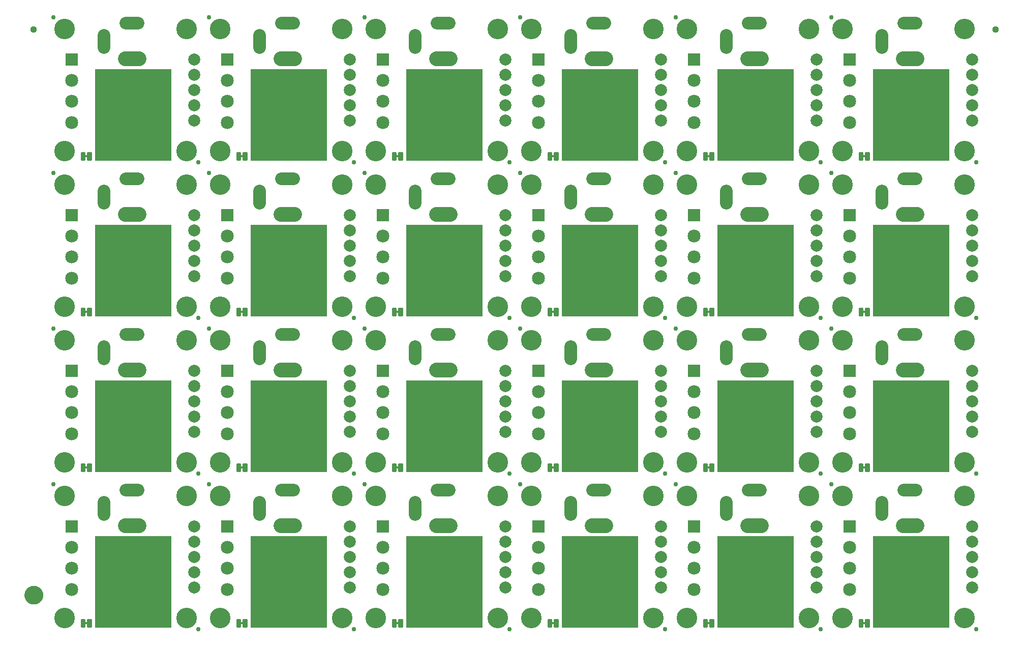
<source format=gbs>
G04 EAGLE Gerber RS-274X export*
G75*
%MOMM*%
%FSLAX34Y34*%
%LPD*%
%INSoldermask Bottom*%
%IPPOS*%
%AMOC8*
5,1,8,0,0,1.08239X$1,22.5*%
G01*
%ADD10R,12.700000X15.240000*%
%ADD11C,0.762000*%
%ADD12R,2.159000X2.159000*%
%ADD13C,2.159000*%
%ADD14C,2.127000*%
%ADD15C,2.427000*%
%ADD16C,2.006600*%
%ADD17C,0.228344*%
%ADD18C,3.429000*%
%ADD19C,1.127000*%
%ADD20C,1.270000*%
%ADD21C,1.627000*%

G36*
X840170Y791857D02*
X840170Y791857D01*
X840236Y791859D01*
X840279Y791877D01*
X840326Y791885D01*
X840383Y791919D01*
X840443Y791944D01*
X840478Y791975D01*
X840519Y792000D01*
X840561Y792051D01*
X840609Y792095D01*
X840631Y792137D01*
X840660Y792174D01*
X840681Y792236D01*
X840712Y792295D01*
X840720Y792349D01*
X840732Y792386D01*
X840731Y792426D01*
X840739Y792480D01*
X840739Y795020D01*
X840728Y795085D01*
X840726Y795151D01*
X840708Y795194D01*
X840700Y795241D01*
X840666Y795298D01*
X840641Y795358D01*
X840610Y795393D01*
X840585Y795434D01*
X840534Y795476D01*
X840490Y795524D01*
X840448Y795546D01*
X840411Y795575D01*
X840349Y795596D01*
X840290Y795627D01*
X840236Y795635D01*
X840199Y795647D01*
X840159Y795646D01*
X840105Y795654D01*
X836295Y795654D01*
X836230Y795643D01*
X836164Y795641D01*
X836121Y795623D01*
X836074Y795615D01*
X836017Y795581D01*
X835957Y795556D01*
X835922Y795525D01*
X835881Y795500D01*
X835840Y795449D01*
X835791Y795405D01*
X835769Y795363D01*
X835740Y795326D01*
X835719Y795264D01*
X835688Y795205D01*
X835680Y795151D01*
X835668Y795114D01*
X835668Y795111D01*
X835669Y795074D01*
X835661Y795020D01*
X835661Y792480D01*
X835672Y792415D01*
X835674Y792349D01*
X835692Y792306D01*
X835700Y792259D01*
X835734Y792202D01*
X835759Y792142D01*
X835790Y792107D01*
X835815Y792066D01*
X835866Y792025D01*
X835910Y791976D01*
X835952Y791954D01*
X835989Y791925D01*
X836051Y791904D01*
X836110Y791873D01*
X836164Y791865D01*
X836201Y791853D01*
X836241Y791854D01*
X836295Y791846D01*
X840105Y791846D01*
X840170Y791857D01*
G37*
G36*
X1099250Y791857D02*
X1099250Y791857D01*
X1099316Y791859D01*
X1099359Y791877D01*
X1099406Y791885D01*
X1099463Y791919D01*
X1099523Y791944D01*
X1099558Y791975D01*
X1099599Y792000D01*
X1099641Y792051D01*
X1099689Y792095D01*
X1099711Y792137D01*
X1099740Y792174D01*
X1099761Y792236D01*
X1099792Y792295D01*
X1099800Y792349D01*
X1099812Y792386D01*
X1099811Y792426D01*
X1099819Y792480D01*
X1099819Y795020D01*
X1099808Y795085D01*
X1099806Y795151D01*
X1099788Y795194D01*
X1099780Y795241D01*
X1099746Y795298D01*
X1099721Y795358D01*
X1099690Y795393D01*
X1099665Y795434D01*
X1099614Y795476D01*
X1099570Y795524D01*
X1099528Y795546D01*
X1099491Y795575D01*
X1099429Y795596D01*
X1099370Y795627D01*
X1099316Y795635D01*
X1099279Y795647D01*
X1099239Y795646D01*
X1099185Y795654D01*
X1095375Y795654D01*
X1095310Y795643D01*
X1095244Y795641D01*
X1095201Y795623D01*
X1095154Y795615D01*
X1095097Y795581D01*
X1095037Y795556D01*
X1095002Y795525D01*
X1094961Y795500D01*
X1094920Y795449D01*
X1094871Y795405D01*
X1094849Y795363D01*
X1094820Y795326D01*
X1094799Y795264D01*
X1094768Y795205D01*
X1094760Y795151D01*
X1094748Y795114D01*
X1094748Y795111D01*
X1094749Y795074D01*
X1094741Y795020D01*
X1094741Y792480D01*
X1094752Y792415D01*
X1094754Y792349D01*
X1094772Y792306D01*
X1094780Y792259D01*
X1094814Y792202D01*
X1094839Y792142D01*
X1094870Y792107D01*
X1094895Y792066D01*
X1094946Y792025D01*
X1094990Y791976D01*
X1095032Y791954D01*
X1095069Y791925D01*
X1095131Y791904D01*
X1095190Y791873D01*
X1095244Y791865D01*
X1095281Y791853D01*
X1095321Y791854D01*
X1095375Y791846D01*
X1099185Y791846D01*
X1099250Y791857D01*
G37*
G36*
X581090Y791857D02*
X581090Y791857D01*
X581156Y791859D01*
X581199Y791877D01*
X581246Y791885D01*
X581303Y791919D01*
X581363Y791944D01*
X581398Y791975D01*
X581439Y792000D01*
X581481Y792051D01*
X581529Y792095D01*
X581551Y792137D01*
X581580Y792174D01*
X581601Y792236D01*
X581632Y792295D01*
X581640Y792349D01*
X581652Y792386D01*
X581651Y792426D01*
X581659Y792480D01*
X581659Y795020D01*
X581648Y795085D01*
X581646Y795151D01*
X581628Y795194D01*
X581620Y795241D01*
X581586Y795298D01*
X581561Y795358D01*
X581530Y795393D01*
X581505Y795434D01*
X581454Y795476D01*
X581410Y795524D01*
X581368Y795546D01*
X581331Y795575D01*
X581269Y795596D01*
X581210Y795627D01*
X581156Y795635D01*
X581119Y795647D01*
X581079Y795646D01*
X581025Y795654D01*
X577215Y795654D01*
X577150Y795643D01*
X577084Y795641D01*
X577041Y795623D01*
X576994Y795615D01*
X576937Y795581D01*
X576877Y795556D01*
X576842Y795525D01*
X576801Y795500D01*
X576760Y795449D01*
X576711Y795405D01*
X576689Y795363D01*
X576660Y795326D01*
X576639Y795264D01*
X576608Y795205D01*
X576600Y795151D01*
X576588Y795114D01*
X576588Y795111D01*
X576589Y795074D01*
X576581Y795020D01*
X576581Y792480D01*
X576592Y792415D01*
X576594Y792349D01*
X576612Y792306D01*
X576620Y792259D01*
X576654Y792202D01*
X576679Y792142D01*
X576710Y792107D01*
X576735Y792066D01*
X576786Y792025D01*
X576830Y791976D01*
X576872Y791954D01*
X576909Y791925D01*
X576971Y791904D01*
X577030Y791873D01*
X577084Y791865D01*
X577121Y791853D01*
X577161Y791854D01*
X577215Y791846D01*
X581025Y791846D01*
X581090Y791857D01*
G37*
G36*
X322010Y791857D02*
X322010Y791857D01*
X322076Y791859D01*
X322119Y791877D01*
X322166Y791885D01*
X322223Y791919D01*
X322283Y791944D01*
X322318Y791975D01*
X322359Y792000D01*
X322401Y792051D01*
X322449Y792095D01*
X322471Y792137D01*
X322500Y792174D01*
X322521Y792236D01*
X322552Y792295D01*
X322560Y792349D01*
X322572Y792386D01*
X322571Y792426D01*
X322579Y792480D01*
X322579Y795020D01*
X322568Y795085D01*
X322566Y795151D01*
X322548Y795194D01*
X322540Y795241D01*
X322506Y795298D01*
X322481Y795358D01*
X322450Y795393D01*
X322425Y795434D01*
X322374Y795476D01*
X322330Y795524D01*
X322288Y795546D01*
X322251Y795575D01*
X322189Y795596D01*
X322130Y795627D01*
X322076Y795635D01*
X322039Y795647D01*
X321999Y795646D01*
X321945Y795654D01*
X318135Y795654D01*
X318070Y795643D01*
X318004Y795641D01*
X317961Y795623D01*
X317914Y795615D01*
X317857Y795581D01*
X317797Y795556D01*
X317762Y795525D01*
X317721Y795500D01*
X317680Y795449D01*
X317631Y795405D01*
X317609Y795363D01*
X317580Y795326D01*
X317559Y795264D01*
X317528Y795205D01*
X317520Y795151D01*
X317508Y795114D01*
X317508Y795111D01*
X317509Y795074D01*
X317501Y795020D01*
X317501Y792480D01*
X317512Y792415D01*
X317514Y792349D01*
X317532Y792306D01*
X317540Y792259D01*
X317574Y792202D01*
X317599Y792142D01*
X317630Y792107D01*
X317655Y792066D01*
X317706Y792025D01*
X317750Y791976D01*
X317792Y791954D01*
X317829Y791925D01*
X317891Y791904D01*
X317950Y791873D01*
X318004Y791865D01*
X318041Y791853D01*
X318081Y791854D01*
X318135Y791846D01*
X321945Y791846D01*
X322010Y791857D01*
G37*
G36*
X62930Y791857D02*
X62930Y791857D01*
X62996Y791859D01*
X63039Y791877D01*
X63086Y791885D01*
X63143Y791919D01*
X63203Y791944D01*
X63238Y791975D01*
X63279Y792000D01*
X63321Y792051D01*
X63369Y792095D01*
X63391Y792137D01*
X63420Y792174D01*
X63441Y792236D01*
X63472Y792295D01*
X63480Y792349D01*
X63492Y792386D01*
X63491Y792426D01*
X63499Y792480D01*
X63499Y795020D01*
X63488Y795085D01*
X63486Y795151D01*
X63468Y795194D01*
X63460Y795241D01*
X63426Y795298D01*
X63401Y795358D01*
X63370Y795393D01*
X63345Y795434D01*
X63294Y795476D01*
X63250Y795524D01*
X63208Y795546D01*
X63171Y795575D01*
X63109Y795596D01*
X63050Y795627D01*
X62996Y795635D01*
X62959Y795647D01*
X62919Y795646D01*
X62865Y795654D01*
X59055Y795654D01*
X58990Y795643D01*
X58924Y795641D01*
X58881Y795623D01*
X58834Y795615D01*
X58777Y795581D01*
X58717Y795556D01*
X58682Y795525D01*
X58641Y795500D01*
X58600Y795449D01*
X58551Y795405D01*
X58529Y795363D01*
X58500Y795326D01*
X58479Y795264D01*
X58448Y795205D01*
X58440Y795151D01*
X58428Y795114D01*
X58428Y795111D01*
X58429Y795074D01*
X58421Y795020D01*
X58421Y792480D01*
X58432Y792415D01*
X58434Y792349D01*
X58452Y792306D01*
X58460Y792259D01*
X58494Y792202D01*
X58519Y792142D01*
X58550Y792107D01*
X58575Y792066D01*
X58626Y792025D01*
X58670Y791976D01*
X58712Y791954D01*
X58749Y791925D01*
X58811Y791904D01*
X58870Y791873D01*
X58924Y791865D01*
X58961Y791853D01*
X59001Y791854D01*
X59055Y791846D01*
X62865Y791846D01*
X62930Y791857D01*
G37*
G36*
X1358330Y791857D02*
X1358330Y791857D01*
X1358396Y791859D01*
X1358439Y791877D01*
X1358486Y791885D01*
X1358543Y791919D01*
X1358603Y791944D01*
X1358638Y791975D01*
X1358679Y792000D01*
X1358721Y792051D01*
X1358769Y792095D01*
X1358791Y792137D01*
X1358820Y792174D01*
X1358841Y792236D01*
X1358872Y792295D01*
X1358880Y792349D01*
X1358892Y792386D01*
X1358891Y792426D01*
X1358899Y792480D01*
X1358899Y795020D01*
X1358888Y795085D01*
X1358886Y795151D01*
X1358868Y795194D01*
X1358860Y795241D01*
X1358826Y795298D01*
X1358801Y795358D01*
X1358770Y795393D01*
X1358745Y795434D01*
X1358694Y795476D01*
X1358650Y795524D01*
X1358608Y795546D01*
X1358571Y795575D01*
X1358509Y795596D01*
X1358450Y795627D01*
X1358396Y795635D01*
X1358359Y795647D01*
X1358319Y795646D01*
X1358265Y795654D01*
X1354455Y795654D01*
X1354390Y795643D01*
X1354324Y795641D01*
X1354281Y795623D01*
X1354234Y795615D01*
X1354177Y795581D01*
X1354117Y795556D01*
X1354082Y795525D01*
X1354041Y795500D01*
X1354000Y795449D01*
X1353951Y795405D01*
X1353929Y795363D01*
X1353900Y795326D01*
X1353879Y795264D01*
X1353848Y795205D01*
X1353840Y795151D01*
X1353828Y795114D01*
X1353828Y795111D01*
X1353829Y795074D01*
X1353821Y795020D01*
X1353821Y792480D01*
X1353832Y792415D01*
X1353834Y792349D01*
X1353852Y792306D01*
X1353860Y792259D01*
X1353894Y792202D01*
X1353919Y792142D01*
X1353950Y792107D01*
X1353975Y792066D01*
X1354026Y792025D01*
X1354070Y791976D01*
X1354112Y791954D01*
X1354149Y791925D01*
X1354211Y791904D01*
X1354270Y791873D01*
X1354324Y791865D01*
X1354361Y791853D01*
X1354401Y791854D01*
X1354455Y791846D01*
X1358265Y791846D01*
X1358330Y791857D01*
G37*
G36*
X1099250Y532777D02*
X1099250Y532777D01*
X1099316Y532779D01*
X1099359Y532797D01*
X1099406Y532805D01*
X1099463Y532839D01*
X1099523Y532864D01*
X1099558Y532895D01*
X1099599Y532920D01*
X1099641Y532971D01*
X1099689Y533015D01*
X1099711Y533057D01*
X1099740Y533094D01*
X1099761Y533156D01*
X1099792Y533215D01*
X1099800Y533269D01*
X1099812Y533306D01*
X1099811Y533346D01*
X1099819Y533400D01*
X1099819Y535940D01*
X1099808Y536005D01*
X1099806Y536071D01*
X1099788Y536114D01*
X1099780Y536161D01*
X1099746Y536218D01*
X1099721Y536278D01*
X1099690Y536313D01*
X1099665Y536354D01*
X1099614Y536396D01*
X1099570Y536444D01*
X1099528Y536466D01*
X1099491Y536495D01*
X1099429Y536516D01*
X1099370Y536547D01*
X1099316Y536555D01*
X1099279Y536567D01*
X1099239Y536566D01*
X1099185Y536574D01*
X1095375Y536574D01*
X1095310Y536563D01*
X1095244Y536561D01*
X1095201Y536543D01*
X1095154Y536535D01*
X1095097Y536501D01*
X1095037Y536476D01*
X1095002Y536445D01*
X1094961Y536420D01*
X1094920Y536369D01*
X1094871Y536325D01*
X1094849Y536283D01*
X1094820Y536246D01*
X1094799Y536184D01*
X1094768Y536125D01*
X1094760Y536071D01*
X1094748Y536034D01*
X1094748Y536031D01*
X1094749Y535994D01*
X1094741Y535940D01*
X1094741Y533400D01*
X1094752Y533335D01*
X1094754Y533269D01*
X1094772Y533226D01*
X1094780Y533179D01*
X1094814Y533122D01*
X1094839Y533062D01*
X1094870Y533027D01*
X1094895Y532986D01*
X1094946Y532945D01*
X1094990Y532896D01*
X1095032Y532874D01*
X1095069Y532845D01*
X1095131Y532824D01*
X1095190Y532793D01*
X1095244Y532785D01*
X1095281Y532773D01*
X1095321Y532774D01*
X1095375Y532766D01*
X1099185Y532766D01*
X1099250Y532777D01*
G37*
G36*
X322010Y532777D02*
X322010Y532777D01*
X322076Y532779D01*
X322119Y532797D01*
X322166Y532805D01*
X322223Y532839D01*
X322283Y532864D01*
X322318Y532895D01*
X322359Y532920D01*
X322401Y532971D01*
X322449Y533015D01*
X322471Y533057D01*
X322500Y533094D01*
X322521Y533156D01*
X322552Y533215D01*
X322560Y533269D01*
X322572Y533306D01*
X322571Y533346D01*
X322579Y533400D01*
X322579Y535940D01*
X322568Y536005D01*
X322566Y536071D01*
X322548Y536114D01*
X322540Y536161D01*
X322506Y536218D01*
X322481Y536278D01*
X322450Y536313D01*
X322425Y536354D01*
X322374Y536396D01*
X322330Y536444D01*
X322288Y536466D01*
X322251Y536495D01*
X322189Y536516D01*
X322130Y536547D01*
X322076Y536555D01*
X322039Y536567D01*
X321999Y536566D01*
X321945Y536574D01*
X318135Y536574D01*
X318070Y536563D01*
X318004Y536561D01*
X317961Y536543D01*
X317914Y536535D01*
X317857Y536501D01*
X317797Y536476D01*
X317762Y536445D01*
X317721Y536420D01*
X317680Y536369D01*
X317631Y536325D01*
X317609Y536283D01*
X317580Y536246D01*
X317559Y536184D01*
X317528Y536125D01*
X317520Y536071D01*
X317508Y536034D01*
X317508Y536031D01*
X317509Y535994D01*
X317501Y535940D01*
X317501Y533400D01*
X317512Y533335D01*
X317514Y533269D01*
X317532Y533226D01*
X317540Y533179D01*
X317574Y533122D01*
X317599Y533062D01*
X317630Y533027D01*
X317655Y532986D01*
X317706Y532945D01*
X317750Y532896D01*
X317792Y532874D01*
X317829Y532845D01*
X317891Y532824D01*
X317950Y532793D01*
X318004Y532785D01*
X318041Y532773D01*
X318081Y532774D01*
X318135Y532766D01*
X321945Y532766D01*
X322010Y532777D01*
G37*
G36*
X1358330Y532777D02*
X1358330Y532777D01*
X1358396Y532779D01*
X1358439Y532797D01*
X1358486Y532805D01*
X1358543Y532839D01*
X1358603Y532864D01*
X1358638Y532895D01*
X1358679Y532920D01*
X1358721Y532971D01*
X1358769Y533015D01*
X1358791Y533057D01*
X1358820Y533094D01*
X1358841Y533156D01*
X1358872Y533215D01*
X1358880Y533269D01*
X1358892Y533306D01*
X1358891Y533346D01*
X1358899Y533400D01*
X1358899Y535940D01*
X1358888Y536005D01*
X1358886Y536071D01*
X1358868Y536114D01*
X1358860Y536161D01*
X1358826Y536218D01*
X1358801Y536278D01*
X1358770Y536313D01*
X1358745Y536354D01*
X1358694Y536396D01*
X1358650Y536444D01*
X1358608Y536466D01*
X1358571Y536495D01*
X1358509Y536516D01*
X1358450Y536547D01*
X1358396Y536555D01*
X1358359Y536567D01*
X1358319Y536566D01*
X1358265Y536574D01*
X1354455Y536574D01*
X1354390Y536563D01*
X1354324Y536561D01*
X1354281Y536543D01*
X1354234Y536535D01*
X1354177Y536501D01*
X1354117Y536476D01*
X1354082Y536445D01*
X1354041Y536420D01*
X1354000Y536369D01*
X1353951Y536325D01*
X1353929Y536283D01*
X1353900Y536246D01*
X1353879Y536184D01*
X1353848Y536125D01*
X1353840Y536071D01*
X1353828Y536034D01*
X1353828Y536031D01*
X1353829Y535994D01*
X1353821Y535940D01*
X1353821Y533400D01*
X1353832Y533335D01*
X1353834Y533269D01*
X1353852Y533226D01*
X1353860Y533179D01*
X1353894Y533122D01*
X1353919Y533062D01*
X1353950Y533027D01*
X1353975Y532986D01*
X1354026Y532945D01*
X1354070Y532896D01*
X1354112Y532874D01*
X1354149Y532845D01*
X1354211Y532824D01*
X1354270Y532793D01*
X1354324Y532785D01*
X1354361Y532773D01*
X1354401Y532774D01*
X1354455Y532766D01*
X1358265Y532766D01*
X1358330Y532777D01*
G37*
G36*
X62930Y532777D02*
X62930Y532777D01*
X62996Y532779D01*
X63039Y532797D01*
X63086Y532805D01*
X63143Y532839D01*
X63203Y532864D01*
X63238Y532895D01*
X63279Y532920D01*
X63321Y532971D01*
X63369Y533015D01*
X63391Y533057D01*
X63420Y533094D01*
X63441Y533156D01*
X63472Y533215D01*
X63480Y533269D01*
X63492Y533306D01*
X63491Y533346D01*
X63499Y533400D01*
X63499Y535940D01*
X63488Y536005D01*
X63486Y536071D01*
X63468Y536114D01*
X63460Y536161D01*
X63426Y536218D01*
X63401Y536278D01*
X63370Y536313D01*
X63345Y536354D01*
X63294Y536396D01*
X63250Y536444D01*
X63208Y536466D01*
X63171Y536495D01*
X63109Y536516D01*
X63050Y536547D01*
X62996Y536555D01*
X62959Y536567D01*
X62919Y536566D01*
X62865Y536574D01*
X59055Y536574D01*
X58990Y536563D01*
X58924Y536561D01*
X58881Y536543D01*
X58834Y536535D01*
X58777Y536501D01*
X58717Y536476D01*
X58682Y536445D01*
X58641Y536420D01*
X58600Y536369D01*
X58551Y536325D01*
X58529Y536283D01*
X58500Y536246D01*
X58479Y536184D01*
X58448Y536125D01*
X58440Y536071D01*
X58428Y536034D01*
X58428Y536031D01*
X58429Y535994D01*
X58421Y535940D01*
X58421Y533400D01*
X58432Y533335D01*
X58434Y533269D01*
X58452Y533226D01*
X58460Y533179D01*
X58494Y533122D01*
X58519Y533062D01*
X58550Y533027D01*
X58575Y532986D01*
X58626Y532945D01*
X58670Y532896D01*
X58712Y532874D01*
X58749Y532845D01*
X58811Y532824D01*
X58870Y532793D01*
X58924Y532785D01*
X58961Y532773D01*
X59001Y532774D01*
X59055Y532766D01*
X62865Y532766D01*
X62930Y532777D01*
G37*
G36*
X840170Y532777D02*
X840170Y532777D01*
X840236Y532779D01*
X840279Y532797D01*
X840326Y532805D01*
X840383Y532839D01*
X840443Y532864D01*
X840478Y532895D01*
X840519Y532920D01*
X840561Y532971D01*
X840609Y533015D01*
X840631Y533057D01*
X840660Y533094D01*
X840681Y533156D01*
X840712Y533215D01*
X840720Y533269D01*
X840732Y533306D01*
X840731Y533346D01*
X840739Y533400D01*
X840739Y535940D01*
X840728Y536005D01*
X840726Y536071D01*
X840708Y536114D01*
X840700Y536161D01*
X840666Y536218D01*
X840641Y536278D01*
X840610Y536313D01*
X840585Y536354D01*
X840534Y536396D01*
X840490Y536444D01*
X840448Y536466D01*
X840411Y536495D01*
X840349Y536516D01*
X840290Y536547D01*
X840236Y536555D01*
X840199Y536567D01*
X840159Y536566D01*
X840105Y536574D01*
X836295Y536574D01*
X836230Y536563D01*
X836164Y536561D01*
X836121Y536543D01*
X836074Y536535D01*
X836017Y536501D01*
X835957Y536476D01*
X835922Y536445D01*
X835881Y536420D01*
X835840Y536369D01*
X835791Y536325D01*
X835769Y536283D01*
X835740Y536246D01*
X835719Y536184D01*
X835688Y536125D01*
X835680Y536071D01*
X835668Y536034D01*
X835668Y536031D01*
X835669Y535994D01*
X835661Y535940D01*
X835661Y533400D01*
X835672Y533335D01*
X835674Y533269D01*
X835692Y533226D01*
X835700Y533179D01*
X835734Y533122D01*
X835759Y533062D01*
X835790Y533027D01*
X835815Y532986D01*
X835866Y532945D01*
X835910Y532896D01*
X835952Y532874D01*
X835989Y532845D01*
X836051Y532824D01*
X836110Y532793D01*
X836164Y532785D01*
X836201Y532773D01*
X836241Y532774D01*
X836295Y532766D01*
X840105Y532766D01*
X840170Y532777D01*
G37*
G36*
X581090Y532777D02*
X581090Y532777D01*
X581156Y532779D01*
X581199Y532797D01*
X581246Y532805D01*
X581303Y532839D01*
X581363Y532864D01*
X581398Y532895D01*
X581439Y532920D01*
X581481Y532971D01*
X581529Y533015D01*
X581551Y533057D01*
X581580Y533094D01*
X581601Y533156D01*
X581632Y533215D01*
X581640Y533269D01*
X581652Y533306D01*
X581651Y533346D01*
X581659Y533400D01*
X581659Y535940D01*
X581648Y536005D01*
X581646Y536071D01*
X581628Y536114D01*
X581620Y536161D01*
X581586Y536218D01*
X581561Y536278D01*
X581530Y536313D01*
X581505Y536354D01*
X581454Y536396D01*
X581410Y536444D01*
X581368Y536466D01*
X581331Y536495D01*
X581269Y536516D01*
X581210Y536547D01*
X581156Y536555D01*
X581119Y536567D01*
X581079Y536566D01*
X581025Y536574D01*
X577215Y536574D01*
X577150Y536563D01*
X577084Y536561D01*
X577041Y536543D01*
X576994Y536535D01*
X576937Y536501D01*
X576877Y536476D01*
X576842Y536445D01*
X576801Y536420D01*
X576760Y536369D01*
X576711Y536325D01*
X576689Y536283D01*
X576660Y536246D01*
X576639Y536184D01*
X576608Y536125D01*
X576600Y536071D01*
X576588Y536034D01*
X576588Y536031D01*
X576589Y535994D01*
X576581Y535940D01*
X576581Y533400D01*
X576592Y533335D01*
X576594Y533269D01*
X576612Y533226D01*
X576620Y533179D01*
X576654Y533122D01*
X576679Y533062D01*
X576710Y533027D01*
X576735Y532986D01*
X576786Y532945D01*
X576830Y532896D01*
X576872Y532874D01*
X576909Y532845D01*
X576971Y532824D01*
X577030Y532793D01*
X577084Y532785D01*
X577121Y532773D01*
X577161Y532774D01*
X577215Y532766D01*
X581025Y532766D01*
X581090Y532777D01*
G37*
G36*
X1099250Y273697D02*
X1099250Y273697D01*
X1099316Y273699D01*
X1099359Y273717D01*
X1099406Y273725D01*
X1099463Y273759D01*
X1099523Y273784D01*
X1099558Y273815D01*
X1099599Y273840D01*
X1099641Y273891D01*
X1099689Y273935D01*
X1099711Y273977D01*
X1099740Y274014D01*
X1099761Y274076D01*
X1099792Y274135D01*
X1099800Y274189D01*
X1099812Y274226D01*
X1099811Y274266D01*
X1099819Y274320D01*
X1099819Y276860D01*
X1099808Y276925D01*
X1099806Y276991D01*
X1099788Y277034D01*
X1099780Y277081D01*
X1099746Y277138D01*
X1099721Y277198D01*
X1099690Y277233D01*
X1099665Y277274D01*
X1099614Y277316D01*
X1099570Y277364D01*
X1099528Y277386D01*
X1099491Y277415D01*
X1099429Y277436D01*
X1099370Y277467D01*
X1099316Y277475D01*
X1099279Y277487D01*
X1099239Y277486D01*
X1099185Y277494D01*
X1095375Y277494D01*
X1095310Y277483D01*
X1095244Y277481D01*
X1095201Y277463D01*
X1095154Y277455D01*
X1095097Y277421D01*
X1095037Y277396D01*
X1095002Y277365D01*
X1094961Y277340D01*
X1094920Y277289D01*
X1094871Y277245D01*
X1094849Y277203D01*
X1094820Y277166D01*
X1094799Y277104D01*
X1094768Y277045D01*
X1094760Y276991D01*
X1094748Y276954D01*
X1094748Y276951D01*
X1094749Y276914D01*
X1094741Y276860D01*
X1094741Y274320D01*
X1094752Y274255D01*
X1094754Y274189D01*
X1094772Y274146D01*
X1094780Y274099D01*
X1094814Y274042D01*
X1094839Y273982D01*
X1094870Y273947D01*
X1094895Y273906D01*
X1094946Y273865D01*
X1094990Y273816D01*
X1095032Y273794D01*
X1095069Y273765D01*
X1095131Y273744D01*
X1095190Y273713D01*
X1095244Y273705D01*
X1095281Y273693D01*
X1095321Y273694D01*
X1095375Y273686D01*
X1099185Y273686D01*
X1099250Y273697D01*
G37*
G36*
X840170Y273697D02*
X840170Y273697D01*
X840236Y273699D01*
X840279Y273717D01*
X840326Y273725D01*
X840383Y273759D01*
X840443Y273784D01*
X840478Y273815D01*
X840519Y273840D01*
X840561Y273891D01*
X840609Y273935D01*
X840631Y273977D01*
X840660Y274014D01*
X840681Y274076D01*
X840712Y274135D01*
X840720Y274189D01*
X840732Y274226D01*
X840731Y274266D01*
X840739Y274320D01*
X840739Y276860D01*
X840728Y276925D01*
X840726Y276991D01*
X840708Y277034D01*
X840700Y277081D01*
X840666Y277138D01*
X840641Y277198D01*
X840610Y277233D01*
X840585Y277274D01*
X840534Y277316D01*
X840490Y277364D01*
X840448Y277386D01*
X840411Y277415D01*
X840349Y277436D01*
X840290Y277467D01*
X840236Y277475D01*
X840199Y277487D01*
X840159Y277486D01*
X840105Y277494D01*
X836295Y277494D01*
X836230Y277483D01*
X836164Y277481D01*
X836121Y277463D01*
X836074Y277455D01*
X836017Y277421D01*
X835957Y277396D01*
X835922Y277365D01*
X835881Y277340D01*
X835840Y277289D01*
X835791Y277245D01*
X835769Y277203D01*
X835740Y277166D01*
X835719Y277104D01*
X835688Y277045D01*
X835680Y276991D01*
X835668Y276954D01*
X835668Y276951D01*
X835669Y276914D01*
X835661Y276860D01*
X835661Y274320D01*
X835672Y274255D01*
X835674Y274189D01*
X835692Y274146D01*
X835700Y274099D01*
X835734Y274042D01*
X835759Y273982D01*
X835790Y273947D01*
X835815Y273906D01*
X835866Y273865D01*
X835910Y273816D01*
X835952Y273794D01*
X835989Y273765D01*
X836051Y273744D01*
X836110Y273713D01*
X836164Y273705D01*
X836201Y273693D01*
X836241Y273694D01*
X836295Y273686D01*
X840105Y273686D01*
X840170Y273697D01*
G37*
G36*
X1358330Y273697D02*
X1358330Y273697D01*
X1358396Y273699D01*
X1358439Y273717D01*
X1358486Y273725D01*
X1358543Y273759D01*
X1358603Y273784D01*
X1358638Y273815D01*
X1358679Y273840D01*
X1358721Y273891D01*
X1358769Y273935D01*
X1358791Y273977D01*
X1358820Y274014D01*
X1358841Y274076D01*
X1358872Y274135D01*
X1358880Y274189D01*
X1358892Y274226D01*
X1358891Y274266D01*
X1358899Y274320D01*
X1358899Y276860D01*
X1358888Y276925D01*
X1358886Y276991D01*
X1358868Y277034D01*
X1358860Y277081D01*
X1358826Y277138D01*
X1358801Y277198D01*
X1358770Y277233D01*
X1358745Y277274D01*
X1358694Y277316D01*
X1358650Y277364D01*
X1358608Y277386D01*
X1358571Y277415D01*
X1358509Y277436D01*
X1358450Y277467D01*
X1358396Y277475D01*
X1358359Y277487D01*
X1358319Y277486D01*
X1358265Y277494D01*
X1354455Y277494D01*
X1354390Y277483D01*
X1354324Y277481D01*
X1354281Y277463D01*
X1354234Y277455D01*
X1354177Y277421D01*
X1354117Y277396D01*
X1354082Y277365D01*
X1354041Y277340D01*
X1354000Y277289D01*
X1353951Y277245D01*
X1353929Y277203D01*
X1353900Y277166D01*
X1353879Y277104D01*
X1353848Y277045D01*
X1353840Y276991D01*
X1353828Y276954D01*
X1353828Y276951D01*
X1353829Y276914D01*
X1353821Y276860D01*
X1353821Y274320D01*
X1353832Y274255D01*
X1353834Y274189D01*
X1353852Y274146D01*
X1353860Y274099D01*
X1353894Y274042D01*
X1353919Y273982D01*
X1353950Y273947D01*
X1353975Y273906D01*
X1354026Y273865D01*
X1354070Y273816D01*
X1354112Y273794D01*
X1354149Y273765D01*
X1354211Y273744D01*
X1354270Y273713D01*
X1354324Y273705D01*
X1354361Y273693D01*
X1354401Y273694D01*
X1354455Y273686D01*
X1358265Y273686D01*
X1358330Y273697D01*
G37*
G36*
X322010Y273697D02*
X322010Y273697D01*
X322076Y273699D01*
X322119Y273717D01*
X322166Y273725D01*
X322223Y273759D01*
X322283Y273784D01*
X322318Y273815D01*
X322359Y273840D01*
X322401Y273891D01*
X322449Y273935D01*
X322471Y273977D01*
X322500Y274014D01*
X322521Y274076D01*
X322552Y274135D01*
X322560Y274189D01*
X322572Y274226D01*
X322571Y274266D01*
X322579Y274320D01*
X322579Y276860D01*
X322568Y276925D01*
X322566Y276991D01*
X322548Y277034D01*
X322540Y277081D01*
X322506Y277138D01*
X322481Y277198D01*
X322450Y277233D01*
X322425Y277274D01*
X322374Y277316D01*
X322330Y277364D01*
X322288Y277386D01*
X322251Y277415D01*
X322189Y277436D01*
X322130Y277467D01*
X322076Y277475D01*
X322039Y277487D01*
X321999Y277486D01*
X321945Y277494D01*
X318135Y277494D01*
X318070Y277483D01*
X318004Y277481D01*
X317961Y277463D01*
X317914Y277455D01*
X317857Y277421D01*
X317797Y277396D01*
X317762Y277365D01*
X317721Y277340D01*
X317680Y277289D01*
X317631Y277245D01*
X317609Y277203D01*
X317580Y277166D01*
X317559Y277104D01*
X317528Y277045D01*
X317520Y276991D01*
X317508Y276954D01*
X317508Y276951D01*
X317509Y276914D01*
X317501Y276860D01*
X317501Y274320D01*
X317512Y274255D01*
X317514Y274189D01*
X317532Y274146D01*
X317540Y274099D01*
X317574Y274042D01*
X317599Y273982D01*
X317630Y273947D01*
X317655Y273906D01*
X317706Y273865D01*
X317750Y273816D01*
X317792Y273794D01*
X317829Y273765D01*
X317891Y273744D01*
X317950Y273713D01*
X318004Y273705D01*
X318041Y273693D01*
X318081Y273694D01*
X318135Y273686D01*
X321945Y273686D01*
X322010Y273697D01*
G37*
G36*
X62930Y273697D02*
X62930Y273697D01*
X62996Y273699D01*
X63039Y273717D01*
X63086Y273725D01*
X63143Y273759D01*
X63203Y273784D01*
X63238Y273815D01*
X63279Y273840D01*
X63321Y273891D01*
X63369Y273935D01*
X63391Y273977D01*
X63420Y274014D01*
X63441Y274076D01*
X63472Y274135D01*
X63480Y274189D01*
X63492Y274226D01*
X63491Y274266D01*
X63499Y274320D01*
X63499Y276860D01*
X63488Y276925D01*
X63486Y276991D01*
X63468Y277034D01*
X63460Y277081D01*
X63426Y277138D01*
X63401Y277198D01*
X63370Y277233D01*
X63345Y277274D01*
X63294Y277316D01*
X63250Y277364D01*
X63208Y277386D01*
X63171Y277415D01*
X63109Y277436D01*
X63050Y277467D01*
X62996Y277475D01*
X62959Y277487D01*
X62919Y277486D01*
X62865Y277494D01*
X59055Y277494D01*
X58990Y277483D01*
X58924Y277481D01*
X58881Y277463D01*
X58834Y277455D01*
X58777Y277421D01*
X58717Y277396D01*
X58682Y277365D01*
X58641Y277340D01*
X58600Y277289D01*
X58551Y277245D01*
X58529Y277203D01*
X58500Y277166D01*
X58479Y277104D01*
X58448Y277045D01*
X58440Y276991D01*
X58428Y276954D01*
X58428Y276951D01*
X58429Y276914D01*
X58421Y276860D01*
X58421Y274320D01*
X58432Y274255D01*
X58434Y274189D01*
X58452Y274146D01*
X58460Y274099D01*
X58494Y274042D01*
X58519Y273982D01*
X58550Y273947D01*
X58575Y273906D01*
X58626Y273865D01*
X58670Y273816D01*
X58712Y273794D01*
X58749Y273765D01*
X58811Y273744D01*
X58870Y273713D01*
X58924Y273705D01*
X58961Y273693D01*
X59001Y273694D01*
X59055Y273686D01*
X62865Y273686D01*
X62930Y273697D01*
G37*
G36*
X581090Y273697D02*
X581090Y273697D01*
X581156Y273699D01*
X581199Y273717D01*
X581246Y273725D01*
X581303Y273759D01*
X581363Y273784D01*
X581398Y273815D01*
X581439Y273840D01*
X581481Y273891D01*
X581529Y273935D01*
X581551Y273977D01*
X581580Y274014D01*
X581601Y274076D01*
X581632Y274135D01*
X581640Y274189D01*
X581652Y274226D01*
X581651Y274266D01*
X581659Y274320D01*
X581659Y276860D01*
X581648Y276925D01*
X581646Y276991D01*
X581628Y277034D01*
X581620Y277081D01*
X581586Y277138D01*
X581561Y277198D01*
X581530Y277233D01*
X581505Y277274D01*
X581454Y277316D01*
X581410Y277364D01*
X581368Y277386D01*
X581331Y277415D01*
X581269Y277436D01*
X581210Y277467D01*
X581156Y277475D01*
X581119Y277487D01*
X581079Y277486D01*
X581025Y277494D01*
X577215Y277494D01*
X577150Y277483D01*
X577084Y277481D01*
X577041Y277463D01*
X576994Y277455D01*
X576937Y277421D01*
X576877Y277396D01*
X576842Y277365D01*
X576801Y277340D01*
X576760Y277289D01*
X576711Y277245D01*
X576689Y277203D01*
X576660Y277166D01*
X576639Y277104D01*
X576608Y277045D01*
X576600Y276991D01*
X576588Y276954D01*
X576588Y276951D01*
X576589Y276914D01*
X576581Y276860D01*
X576581Y274320D01*
X576592Y274255D01*
X576594Y274189D01*
X576612Y274146D01*
X576620Y274099D01*
X576654Y274042D01*
X576679Y273982D01*
X576710Y273947D01*
X576735Y273906D01*
X576786Y273865D01*
X576830Y273816D01*
X576872Y273794D01*
X576909Y273765D01*
X576971Y273744D01*
X577030Y273713D01*
X577084Y273705D01*
X577121Y273693D01*
X577161Y273694D01*
X577215Y273686D01*
X581025Y273686D01*
X581090Y273697D01*
G37*
G36*
X1358330Y14617D02*
X1358330Y14617D01*
X1358396Y14619D01*
X1358439Y14637D01*
X1358486Y14645D01*
X1358543Y14679D01*
X1358603Y14704D01*
X1358638Y14735D01*
X1358679Y14760D01*
X1358721Y14811D01*
X1358769Y14855D01*
X1358791Y14897D01*
X1358820Y14934D01*
X1358841Y14996D01*
X1358872Y15055D01*
X1358880Y15109D01*
X1358892Y15146D01*
X1358891Y15186D01*
X1358899Y15240D01*
X1358899Y17780D01*
X1358888Y17845D01*
X1358886Y17911D01*
X1358868Y17954D01*
X1358860Y18001D01*
X1358826Y18058D01*
X1358801Y18118D01*
X1358770Y18153D01*
X1358745Y18194D01*
X1358694Y18236D01*
X1358650Y18284D01*
X1358608Y18306D01*
X1358571Y18335D01*
X1358509Y18356D01*
X1358450Y18387D01*
X1358396Y18395D01*
X1358359Y18407D01*
X1358319Y18406D01*
X1358265Y18414D01*
X1354455Y18414D01*
X1354390Y18403D01*
X1354324Y18401D01*
X1354281Y18383D01*
X1354234Y18375D01*
X1354177Y18341D01*
X1354117Y18316D01*
X1354082Y18285D01*
X1354041Y18260D01*
X1354000Y18209D01*
X1353951Y18165D01*
X1353929Y18123D01*
X1353900Y18086D01*
X1353879Y18024D01*
X1353848Y17965D01*
X1353840Y17911D01*
X1353828Y17874D01*
X1353828Y17871D01*
X1353829Y17834D01*
X1353821Y17780D01*
X1353821Y15240D01*
X1353832Y15175D01*
X1353834Y15109D01*
X1353852Y15066D01*
X1353860Y15019D01*
X1353894Y14962D01*
X1353919Y14902D01*
X1353950Y14867D01*
X1353975Y14826D01*
X1354026Y14785D01*
X1354070Y14736D01*
X1354112Y14714D01*
X1354149Y14685D01*
X1354211Y14664D01*
X1354270Y14633D01*
X1354324Y14625D01*
X1354361Y14613D01*
X1354401Y14614D01*
X1354455Y14606D01*
X1358265Y14606D01*
X1358330Y14617D01*
G37*
G36*
X1099250Y14617D02*
X1099250Y14617D01*
X1099316Y14619D01*
X1099359Y14637D01*
X1099406Y14645D01*
X1099463Y14679D01*
X1099523Y14704D01*
X1099558Y14735D01*
X1099599Y14760D01*
X1099641Y14811D01*
X1099689Y14855D01*
X1099711Y14897D01*
X1099740Y14934D01*
X1099761Y14996D01*
X1099792Y15055D01*
X1099800Y15109D01*
X1099812Y15146D01*
X1099811Y15186D01*
X1099819Y15240D01*
X1099819Y17780D01*
X1099808Y17845D01*
X1099806Y17911D01*
X1099788Y17954D01*
X1099780Y18001D01*
X1099746Y18058D01*
X1099721Y18118D01*
X1099690Y18153D01*
X1099665Y18194D01*
X1099614Y18236D01*
X1099570Y18284D01*
X1099528Y18306D01*
X1099491Y18335D01*
X1099429Y18356D01*
X1099370Y18387D01*
X1099316Y18395D01*
X1099279Y18407D01*
X1099239Y18406D01*
X1099185Y18414D01*
X1095375Y18414D01*
X1095310Y18403D01*
X1095244Y18401D01*
X1095201Y18383D01*
X1095154Y18375D01*
X1095097Y18341D01*
X1095037Y18316D01*
X1095002Y18285D01*
X1094961Y18260D01*
X1094920Y18209D01*
X1094871Y18165D01*
X1094849Y18123D01*
X1094820Y18086D01*
X1094799Y18024D01*
X1094768Y17965D01*
X1094760Y17911D01*
X1094748Y17874D01*
X1094748Y17871D01*
X1094749Y17834D01*
X1094741Y17780D01*
X1094741Y15240D01*
X1094752Y15175D01*
X1094754Y15109D01*
X1094772Y15066D01*
X1094780Y15019D01*
X1094814Y14962D01*
X1094839Y14902D01*
X1094870Y14867D01*
X1094895Y14826D01*
X1094946Y14785D01*
X1094990Y14736D01*
X1095032Y14714D01*
X1095069Y14685D01*
X1095131Y14664D01*
X1095190Y14633D01*
X1095244Y14625D01*
X1095281Y14613D01*
X1095321Y14614D01*
X1095375Y14606D01*
X1099185Y14606D01*
X1099250Y14617D01*
G37*
G36*
X840170Y14617D02*
X840170Y14617D01*
X840236Y14619D01*
X840279Y14637D01*
X840326Y14645D01*
X840383Y14679D01*
X840443Y14704D01*
X840478Y14735D01*
X840519Y14760D01*
X840561Y14811D01*
X840609Y14855D01*
X840631Y14897D01*
X840660Y14934D01*
X840681Y14996D01*
X840712Y15055D01*
X840720Y15109D01*
X840732Y15146D01*
X840731Y15186D01*
X840739Y15240D01*
X840739Y17780D01*
X840728Y17845D01*
X840726Y17911D01*
X840708Y17954D01*
X840700Y18001D01*
X840666Y18058D01*
X840641Y18118D01*
X840610Y18153D01*
X840585Y18194D01*
X840534Y18236D01*
X840490Y18284D01*
X840448Y18306D01*
X840411Y18335D01*
X840349Y18356D01*
X840290Y18387D01*
X840236Y18395D01*
X840199Y18407D01*
X840159Y18406D01*
X840105Y18414D01*
X836295Y18414D01*
X836230Y18403D01*
X836164Y18401D01*
X836121Y18383D01*
X836074Y18375D01*
X836017Y18341D01*
X835957Y18316D01*
X835922Y18285D01*
X835881Y18260D01*
X835840Y18209D01*
X835791Y18165D01*
X835769Y18123D01*
X835740Y18086D01*
X835719Y18024D01*
X835688Y17965D01*
X835680Y17911D01*
X835668Y17874D01*
X835668Y17871D01*
X835669Y17834D01*
X835661Y17780D01*
X835661Y15240D01*
X835672Y15175D01*
X835674Y15109D01*
X835692Y15066D01*
X835700Y15019D01*
X835734Y14962D01*
X835759Y14902D01*
X835790Y14867D01*
X835815Y14826D01*
X835866Y14785D01*
X835910Y14736D01*
X835952Y14714D01*
X835989Y14685D01*
X836051Y14664D01*
X836110Y14633D01*
X836164Y14625D01*
X836201Y14613D01*
X836241Y14614D01*
X836295Y14606D01*
X840105Y14606D01*
X840170Y14617D01*
G37*
G36*
X581090Y14617D02*
X581090Y14617D01*
X581156Y14619D01*
X581199Y14637D01*
X581246Y14645D01*
X581303Y14679D01*
X581363Y14704D01*
X581398Y14735D01*
X581439Y14760D01*
X581481Y14811D01*
X581529Y14855D01*
X581551Y14897D01*
X581580Y14934D01*
X581601Y14996D01*
X581632Y15055D01*
X581640Y15109D01*
X581652Y15146D01*
X581651Y15186D01*
X581659Y15240D01*
X581659Y17780D01*
X581648Y17845D01*
X581646Y17911D01*
X581628Y17954D01*
X581620Y18001D01*
X581586Y18058D01*
X581561Y18118D01*
X581530Y18153D01*
X581505Y18194D01*
X581454Y18236D01*
X581410Y18284D01*
X581368Y18306D01*
X581331Y18335D01*
X581269Y18356D01*
X581210Y18387D01*
X581156Y18395D01*
X581119Y18407D01*
X581079Y18406D01*
X581025Y18414D01*
X577215Y18414D01*
X577150Y18403D01*
X577084Y18401D01*
X577041Y18383D01*
X576994Y18375D01*
X576937Y18341D01*
X576877Y18316D01*
X576842Y18285D01*
X576801Y18260D01*
X576760Y18209D01*
X576711Y18165D01*
X576689Y18123D01*
X576660Y18086D01*
X576639Y18024D01*
X576608Y17965D01*
X576600Y17911D01*
X576588Y17874D01*
X576588Y17871D01*
X576589Y17834D01*
X576581Y17780D01*
X576581Y15240D01*
X576592Y15175D01*
X576594Y15109D01*
X576612Y15066D01*
X576620Y15019D01*
X576654Y14962D01*
X576679Y14902D01*
X576710Y14867D01*
X576735Y14826D01*
X576786Y14785D01*
X576830Y14736D01*
X576872Y14714D01*
X576909Y14685D01*
X576971Y14664D01*
X577030Y14633D01*
X577084Y14625D01*
X577121Y14613D01*
X577161Y14614D01*
X577215Y14606D01*
X581025Y14606D01*
X581090Y14617D01*
G37*
G36*
X322010Y14617D02*
X322010Y14617D01*
X322076Y14619D01*
X322119Y14637D01*
X322166Y14645D01*
X322223Y14679D01*
X322283Y14704D01*
X322318Y14735D01*
X322359Y14760D01*
X322401Y14811D01*
X322449Y14855D01*
X322471Y14897D01*
X322500Y14934D01*
X322521Y14996D01*
X322552Y15055D01*
X322560Y15109D01*
X322572Y15146D01*
X322571Y15186D01*
X322579Y15240D01*
X322579Y17780D01*
X322568Y17845D01*
X322566Y17911D01*
X322548Y17954D01*
X322540Y18001D01*
X322506Y18058D01*
X322481Y18118D01*
X322450Y18153D01*
X322425Y18194D01*
X322374Y18236D01*
X322330Y18284D01*
X322288Y18306D01*
X322251Y18335D01*
X322189Y18356D01*
X322130Y18387D01*
X322076Y18395D01*
X322039Y18407D01*
X321999Y18406D01*
X321945Y18414D01*
X318135Y18414D01*
X318070Y18403D01*
X318004Y18401D01*
X317961Y18383D01*
X317914Y18375D01*
X317857Y18341D01*
X317797Y18316D01*
X317762Y18285D01*
X317721Y18260D01*
X317680Y18209D01*
X317631Y18165D01*
X317609Y18123D01*
X317580Y18086D01*
X317559Y18024D01*
X317528Y17965D01*
X317520Y17911D01*
X317508Y17874D01*
X317508Y17871D01*
X317509Y17834D01*
X317501Y17780D01*
X317501Y15240D01*
X317512Y15175D01*
X317514Y15109D01*
X317532Y15066D01*
X317540Y15019D01*
X317574Y14962D01*
X317599Y14902D01*
X317630Y14867D01*
X317655Y14826D01*
X317706Y14785D01*
X317750Y14736D01*
X317792Y14714D01*
X317829Y14685D01*
X317891Y14664D01*
X317950Y14633D01*
X318004Y14625D01*
X318041Y14613D01*
X318081Y14614D01*
X318135Y14606D01*
X321945Y14606D01*
X322010Y14617D01*
G37*
G36*
X62930Y14617D02*
X62930Y14617D01*
X62996Y14619D01*
X63039Y14637D01*
X63086Y14645D01*
X63143Y14679D01*
X63203Y14704D01*
X63238Y14735D01*
X63279Y14760D01*
X63321Y14811D01*
X63369Y14855D01*
X63391Y14897D01*
X63420Y14934D01*
X63441Y14996D01*
X63472Y15055D01*
X63480Y15109D01*
X63492Y15146D01*
X63491Y15186D01*
X63499Y15240D01*
X63499Y17780D01*
X63488Y17845D01*
X63486Y17911D01*
X63468Y17954D01*
X63460Y18001D01*
X63426Y18058D01*
X63401Y18118D01*
X63370Y18153D01*
X63345Y18194D01*
X63294Y18236D01*
X63250Y18284D01*
X63208Y18306D01*
X63171Y18335D01*
X63109Y18356D01*
X63050Y18387D01*
X62996Y18395D01*
X62959Y18407D01*
X62919Y18406D01*
X62865Y18414D01*
X59055Y18414D01*
X58990Y18403D01*
X58924Y18401D01*
X58881Y18383D01*
X58834Y18375D01*
X58777Y18341D01*
X58717Y18316D01*
X58682Y18285D01*
X58641Y18260D01*
X58600Y18209D01*
X58551Y18165D01*
X58529Y18123D01*
X58500Y18086D01*
X58479Y18024D01*
X58448Y17965D01*
X58440Y17911D01*
X58428Y17874D01*
X58428Y17871D01*
X58429Y17834D01*
X58421Y17780D01*
X58421Y15240D01*
X58432Y15175D01*
X58434Y15109D01*
X58452Y15066D01*
X58460Y15019D01*
X58494Y14962D01*
X58519Y14902D01*
X58550Y14867D01*
X58575Y14826D01*
X58626Y14785D01*
X58670Y14736D01*
X58712Y14714D01*
X58749Y14685D01*
X58811Y14664D01*
X58870Y14633D01*
X58924Y14625D01*
X58961Y14613D01*
X59001Y14614D01*
X59055Y14606D01*
X62865Y14606D01*
X62930Y14617D01*
G37*
D10*
X139700Y85090D03*
X398780Y85090D03*
X657860Y85090D03*
X916940Y85090D03*
X1176020Y85090D03*
X1435100Y85090D03*
X139700Y344170D03*
X398780Y344170D03*
X657860Y344170D03*
X916940Y344170D03*
X1176020Y344170D03*
X1435100Y344170D03*
X139700Y603250D03*
X398780Y603250D03*
X657860Y603250D03*
X916940Y603250D03*
X1176020Y603250D03*
X1435100Y603250D03*
X139700Y862330D03*
X398780Y862330D03*
X657860Y862330D03*
X916940Y862330D03*
X1176020Y862330D03*
X1435100Y862330D03*
D11*
X247650Y6350D03*
X6350Y247650D03*
D12*
X36830Y177800D03*
D13*
X36830Y142800D03*
X36830Y107800D03*
X36830Y72800D03*
D14*
X127160Y238760D02*
X147160Y238760D01*
X90170Y218280D02*
X90170Y198280D01*
D15*
X125660Y179070D02*
X148660Y179070D01*
D16*
X241300Y177800D03*
X241300Y152400D03*
X241300Y127000D03*
X241300Y101600D03*
X241300Y76200D03*
D17*
X68963Y22354D02*
X63371Y22354D01*
X68963Y22354D02*
X68963Y10666D01*
X63371Y10666D01*
X63371Y22354D01*
X63371Y12835D02*
X68963Y12835D01*
X68963Y15004D02*
X63371Y15004D01*
X63371Y17173D02*
X68963Y17173D01*
X68963Y19342D02*
X63371Y19342D01*
X63371Y21511D02*
X68963Y21511D01*
X58549Y22354D02*
X52957Y22354D01*
X58549Y22354D02*
X58549Y10666D01*
X52957Y10666D01*
X52957Y22354D01*
X52957Y12835D02*
X58549Y12835D01*
X58549Y15004D02*
X52957Y15004D01*
X52957Y17173D02*
X58549Y17173D01*
X58549Y19342D02*
X52957Y19342D01*
X52957Y21511D02*
X58549Y21511D01*
D18*
X25400Y25400D03*
X228600Y25400D03*
X228600Y228600D03*
X25400Y228600D03*
D11*
X506730Y6350D03*
X265430Y247650D03*
D12*
X295910Y177800D03*
D13*
X295910Y142800D03*
X295910Y107800D03*
X295910Y72800D03*
D14*
X386240Y238760D02*
X406240Y238760D01*
X349250Y218280D02*
X349250Y198280D01*
D15*
X384740Y179070D02*
X407740Y179070D01*
D16*
X500380Y177800D03*
X500380Y152400D03*
X500380Y127000D03*
X500380Y101600D03*
X500380Y76200D03*
D17*
X328043Y22354D02*
X322451Y22354D01*
X328043Y22354D02*
X328043Y10666D01*
X322451Y10666D01*
X322451Y22354D01*
X322451Y12835D02*
X328043Y12835D01*
X328043Y15004D02*
X322451Y15004D01*
X322451Y17173D02*
X328043Y17173D01*
X328043Y19342D02*
X322451Y19342D01*
X322451Y21511D02*
X328043Y21511D01*
X317629Y22354D02*
X312037Y22354D01*
X317629Y22354D02*
X317629Y10666D01*
X312037Y10666D01*
X312037Y22354D01*
X312037Y12835D02*
X317629Y12835D01*
X317629Y15004D02*
X312037Y15004D01*
X312037Y17173D02*
X317629Y17173D01*
X317629Y19342D02*
X312037Y19342D01*
X312037Y21511D02*
X317629Y21511D01*
D18*
X284480Y25400D03*
X487680Y25400D03*
X487680Y228600D03*
X284480Y228600D03*
D11*
X765810Y6350D03*
X524510Y247650D03*
D12*
X554990Y177800D03*
D13*
X554990Y142800D03*
X554990Y107800D03*
X554990Y72800D03*
D14*
X645320Y238760D02*
X665320Y238760D01*
X608330Y218280D02*
X608330Y198280D01*
D15*
X643820Y179070D02*
X666820Y179070D01*
D16*
X759460Y177800D03*
X759460Y152400D03*
X759460Y127000D03*
X759460Y101600D03*
X759460Y76200D03*
D17*
X587123Y22354D02*
X581531Y22354D01*
X587123Y22354D02*
X587123Y10666D01*
X581531Y10666D01*
X581531Y22354D01*
X581531Y12835D02*
X587123Y12835D01*
X587123Y15004D02*
X581531Y15004D01*
X581531Y17173D02*
X587123Y17173D01*
X587123Y19342D02*
X581531Y19342D01*
X581531Y21511D02*
X587123Y21511D01*
X576709Y22354D02*
X571117Y22354D01*
X576709Y22354D02*
X576709Y10666D01*
X571117Y10666D01*
X571117Y22354D01*
X571117Y12835D02*
X576709Y12835D01*
X576709Y15004D02*
X571117Y15004D01*
X571117Y17173D02*
X576709Y17173D01*
X576709Y19342D02*
X571117Y19342D01*
X571117Y21511D02*
X576709Y21511D01*
D18*
X543560Y25400D03*
X746760Y25400D03*
X746760Y228600D03*
X543560Y228600D03*
D11*
X1024890Y6350D03*
X783590Y247650D03*
D12*
X814070Y177800D03*
D13*
X814070Y142800D03*
X814070Y107800D03*
X814070Y72800D03*
D14*
X904400Y238760D02*
X924400Y238760D01*
X867410Y218280D02*
X867410Y198280D01*
D15*
X902900Y179070D02*
X925900Y179070D01*
D16*
X1018540Y177800D03*
X1018540Y152400D03*
X1018540Y127000D03*
X1018540Y101600D03*
X1018540Y76200D03*
D17*
X846203Y22354D02*
X840611Y22354D01*
X846203Y22354D02*
X846203Y10666D01*
X840611Y10666D01*
X840611Y22354D01*
X840611Y12835D02*
X846203Y12835D01*
X846203Y15004D02*
X840611Y15004D01*
X840611Y17173D02*
X846203Y17173D01*
X846203Y19342D02*
X840611Y19342D01*
X840611Y21511D02*
X846203Y21511D01*
X835789Y22354D02*
X830197Y22354D01*
X835789Y22354D02*
X835789Y10666D01*
X830197Y10666D01*
X830197Y22354D01*
X830197Y12835D02*
X835789Y12835D01*
X835789Y15004D02*
X830197Y15004D01*
X830197Y17173D02*
X835789Y17173D01*
X835789Y19342D02*
X830197Y19342D01*
X830197Y21511D02*
X835789Y21511D01*
D18*
X802640Y25400D03*
X1005840Y25400D03*
X1005840Y228600D03*
X802640Y228600D03*
D11*
X1283970Y6350D03*
X1042670Y247650D03*
D12*
X1073150Y177800D03*
D13*
X1073150Y142800D03*
X1073150Y107800D03*
X1073150Y72800D03*
D14*
X1163480Y238760D02*
X1183480Y238760D01*
X1126490Y218280D02*
X1126490Y198280D01*
D15*
X1161980Y179070D02*
X1184980Y179070D01*
D16*
X1277620Y177800D03*
X1277620Y152400D03*
X1277620Y127000D03*
X1277620Y101600D03*
X1277620Y76200D03*
D17*
X1105283Y22354D02*
X1099691Y22354D01*
X1105283Y22354D02*
X1105283Y10666D01*
X1099691Y10666D01*
X1099691Y22354D01*
X1099691Y12835D02*
X1105283Y12835D01*
X1105283Y15004D02*
X1099691Y15004D01*
X1099691Y17173D02*
X1105283Y17173D01*
X1105283Y19342D02*
X1099691Y19342D01*
X1099691Y21511D02*
X1105283Y21511D01*
X1094869Y22354D02*
X1089277Y22354D01*
X1094869Y22354D02*
X1094869Y10666D01*
X1089277Y10666D01*
X1089277Y22354D01*
X1089277Y12835D02*
X1094869Y12835D01*
X1094869Y15004D02*
X1089277Y15004D01*
X1089277Y17173D02*
X1094869Y17173D01*
X1094869Y19342D02*
X1089277Y19342D01*
X1089277Y21511D02*
X1094869Y21511D01*
D18*
X1061720Y25400D03*
X1264920Y25400D03*
X1264920Y228600D03*
X1061720Y228600D03*
D11*
X1543050Y6350D03*
X1301750Y247650D03*
D12*
X1332230Y177800D03*
D13*
X1332230Y142800D03*
X1332230Y107800D03*
X1332230Y72800D03*
D14*
X1422560Y238760D02*
X1442560Y238760D01*
X1385570Y218280D02*
X1385570Y198280D01*
D15*
X1421060Y179070D02*
X1444060Y179070D01*
D16*
X1536700Y177800D03*
X1536700Y152400D03*
X1536700Y127000D03*
X1536700Y101600D03*
X1536700Y76200D03*
D17*
X1364363Y22354D02*
X1358771Y22354D01*
X1364363Y22354D02*
X1364363Y10666D01*
X1358771Y10666D01*
X1358771Y22354D01*
X1358771Y12835D02*
X1364363Y12835D01*
X1364363Y15004D02*
X1358771Y15004D01*
X1358771Y17173D02*
X1364363Y17173D01*
X1364363Y19342D02*
X1358771Y19342D01*
X1358771Y21511D02*
X1364363Y21511D01*
X1353949Y22354D02*
X1348357Y22354D01*
X1353949Y22354D02*
X1353949Y10666D01*
X1348357Y10666D01*
X1348357Y22354D01*
X1348357Y12835D02*
X1353949Y12835D01*
X1353949Y15004D02*
X1348357Y15004D01*
X1348357Y17173D02*
X1353949Y17173D01*
X1353949Y19342D02*
X1348357Y19342D01*
X1348357Y21511D02*
X1353949Y21511D01*
D18*
X1320800Y25400D03*
X1524000Y25400D03*
X1524000Y228600D03*
X1320800Y228600D03*
D11*
X247650Y265430D03*
X6350Y506730D03*
D12*
X36830Y436880D03*
D13*
X36830Y401880D03*
X36830Y366880D03*
X36830Y331880D03*
D14*
X127160Y497840D02*
X147160Y497840D01*
X90170Y477360D02*
X90170Y457360D01*
D15*
X125660Y438150D02*
X148660Y438150D01*
D16*
X241300Y436880D03*
X241300Y411480D03*
X241300Y386080D03*
X241300Y360680D03*
X241300Y335280D03*
D17*
X68963Y281434D02*
X63371Y281434D01*
X68963Y281434D02*
X68963Y269746D01*
X63371Y269746D01*
X63371Y281434D01*
X63371Y271915D02*
X68963Y271915D01*
X68963Y274084D02*
X63371Y274084D01*
X63371Y276253D02*
X68963Y276253D01*
X68963Y278422D02*
X63371Y278422D01*
X63371Y280591D02*
X68963Y280591D01*
X58549Y281434D02*
X52957Y281434D01*
X58549Y281434D02*
X58549Y269746D01*
X52957Y269746D01*
X52957Y281434D01*
X52957Y271915D02*
X58549Y271915D01*
X58549Y274084D02*
X52957Y274084D01*
X52957Y276253D02*
X58549Y276253D01*
X58549Y278422D02*
X52957Y278422D01*
X52957Y280591D02*
X58549Y280591D01*
D18*
X25400Y284480D03*
X228600Y284480D03*
X228600Y487680D03*
X25400Y487680D03*
D11*
X506730Y265430D03*
X265430Y506730D03*
D12*
X295910Y436880D03*
D13*
X295910Y401880D03*
X295910Y366880D03*
X295910Y331880D03*
D14*
X386240Y497840D02*
X406240Y497840D01*
X349250Y477360D02*
X349250Y457360D01*
D15*
X384740Y438150D02*
X407740Y438150D01*
D16*
X500380Y436880D03*
X500380Y411480D03*
X500380Y386080D03*
X500380Y360680D03*
X500380Y335280D03*
D17*
X328043Y281434D02*
X322451Y281434D01*
X328043Y281434D02*
X328043Y269746D01*
X322451Y269746D01*
X322451Y281434D01*
X322451Y271915D02*
X328043Y271915D01*
X328043Y274084D02*
X322451Y274084D01*
X322451Y276253D02*
X328043Y276253D01*
X328043Y278422D02*
X322451Y278422D01*
X322451Y280591D02*
X328043Y280591D01*
X317629Y281434D02*
X312037Y281434D01*
X317629Y281434D02*
X317629Y269746D01*
X312037Y269746D01*
X312037Y281434D01*
X312037Y271915D02*
X317629Y271915D01*
X317629Y274084D02*
X312037Y274084D01*
X312037Y276253D02*
X317629Y276253D01*
X317629Y278422D02*
X312037Y278422D01*
X312037Y280591D02*
X317629Y280591D01*
D18*
X284480Y284480D03*
X487680Y284480D03*
X487680Y487680D03*
X284480Y487680D03*
D11*
X765810Y265430D03*
X524510Y506730D03*
D12*
X554990Y436880D03*
D13*
X554990Y401880D03*
X554990Y366880D03*
X554990Y331880D03*
D14*
X645320Y497840D02*
X665320Y497840D01*
X608330Y477360D02*
X608330Y457360D01*
D15*
X643820Y438150D02*
X666820Y438150D01*
D16*
X759460Y436880D03*
X759460Y411480D03*
X759460Y386080D03*
X759460Y360680D03*
X759460Y335280D03*
D17*
X587123Y281434D02*
X581531Y281434D01*
X587123Y281434D02*
X587123Y269746D01*
X581531Y269746D01*
X581531Y281434D01*
X581531Y271915D02*
X587123Y271915D01*
X587123Y274084D02*
X581531Y274084D01*
X581531Y276253D02*
X587123Y276253D01*
X587123Y278422D02*
X581531Y278422D01*
X581531Y280591D02*
X587123Y280591D01*
X576709Y281434D02*
X571117Y281434D01*
X576709Y281434D02*
X576709Y269746D01*
X571117Y269746D01*
X571117Y281434D01*
X571117Y271915D02*
X576709Y271915D01*
X576709Y274084D02*
X571117Y274084D01*
X571117Y276253D02*
X576709Y276253D01*
X576709Y278422D02*
X571117Y278422D01*
X571117Y280591D02*
X576709Y280591D01*
D18*
X543560Y284480D03*
X746760Y284480D03*
X746760Y487680D03*
X543560Y487680D03*
D11*
X1024890Y265430D03*
X783590Y506730D03*
D12*
X814070Y436880D03*
D13*
X814070Y401880D03*
X814070Y366880D03*
X814070Y331880D03*
D14*
X904400Y497840D02*
X924400Y497840D01*
X867410Y477360D02*
X867410Y457360D01*
D15*
X902900Y438150D02*
X925900Y438150D01*
D16*
X1018540Y436880D03*
X1018540Y411480D03*
X1018540Y386080D03*
X1018540Y360680D03*
X1018540Y335280D03*
D17*
X846203Y281434D02*
X840611Y281434D01*
X846203Y281434D02*
X846203Y269746D01*
X840611Y269746D01*
X840611Y281434D01*
X840611Y271915D02*
X846203Y271915D01*
X846203Y274084D02*
X840611Y274084D01*
X840611Y276253D02*
X846203Y276253D01*
X846203Y278422D02*
X840611Y278422D01*
X840611Y280591D02*
X846203Y280591D01*
X835789Y281434D02*
X830197Y281434D01*
X835789Y281434D02*
X835789Y269746D01*
X830197Y269746D01*
X830197Y281434D01*
X830197Y271915D02*
X835789Y271915D01*
X835789Y274084D02*
X830197Y274084D01*
X830197Y276253D02*
X835789Y276253D01*
X835789Y278422D02*
X830197Y278422D01*
X830197Y280591D02*
X835789Y280591D01*
D18*
X802640Y284480D03*
X1005840Y284480D03*
X1005840Y487680D03*
X802640Y487680D03*
D11*
X1283970Y265430D03*
X1042670Y506730D03*
D12*
X1073150Y436880D03*
D13*
X1073150Y401880D03*
X1073150Y366880D03*
X1073150Y331880D03*
D14*
X1163480Y497840D02*
X1183480Y497840D01*
X1126490Y477360D02*
X1126490Y457360D01*
D15*
X1161980Y438150D02*
X1184980Y438150D01*
D16*
X1277620Y436880D03*
X1277620Y411480D03*
X1277620Y386080D03*
X1277620Y360680D03*
X1277620Y335280D03*
D17*
X1105283Y281434D02*
X1099691Y281434D01*
X1105283Y281434D02*
X1105283Y269746D01*
X1099691Y269746D01*
X1099691Y281434D01*
X1099691Y271915D02*
X1105283Y271915D01*
X1105283Y274084D02*
X1099691Y274084D01*
X1099691Y276253D02*
X1105283Y276253D01*
X1105283Y278422D02*
X1099691Y278422D01*
X1099691Y280591D02*
X1105283Y280591D01*
X1094869Y281434D02*
X1089277Y281434D01*
X1094869Y281434D02*
X1094869Y269746D01*
X1089277Y269746D01*
X1089277Y281434D01*
X1089277Y271915D02*
X1094869Y271915D01*
X1094869Y274084D02*
X1089277Y274084D01*
X1089277Y276253D02*
X1094869Y276253D01*
X1094869Y278422D02*
X1089277Y278422D01*
X1089277Y280591D02*
X1094869Y280591D01*
D18*
X1061720Y284480D03*
X1264920Y284480D03*
X1264920Y487680D03*
X1061720Y487680D03*
D11*
X1543050Y265430D03*
X1301750Y506730D03*
D12*
X1332230Y436880D03*
D13*
X1332230Y401880D03*
X1332230Y366880D03*
X1332230Y331880D03*
D14*
X1422560Y497840D02*
X1442560Y497840D01*
X1385570Y477360D02*
X1385570Y457360D01*
D15*
X1421060Y438150D02*
X1444060Y438150D01*
D16*
X1536700Y436880D03*
X1536700Y411480D03*
X1536700Y386080D03*
X1536700Y360680D03*
X1536700Y335280D03*
D17*
X1364363Y281434D02*
X1358771Y281434D01*
X1364363Y281434D02*
X1364363Y269746D01*
X1358771Y269746D01*
X1358771Y281434D01*
X1358771Y271915D02*
X1364363Y271915D01*
X1364363Y274084D02*
X1358771Y274084D01*
X1358771Y276253D02*
X1364363Y276253D01*
X1364363Y278422D02*
X1358771Y278422D01*
X1358771Y280591D02*
X1364363Y280591D01*
X1353949Y281434D02*
X1348357Y281434D01*
X1353949Y281434D02*
X1353949Y269746D01*
X1348357Y269746D01*
X1348357Y281434D01*
X1348357Y271915D02*
X1353949Y271915D01*
X1353949Y274084D02*
X1348357Y274084D01*
X1348357Y276253D02*
X1353949Y276253D01*
X1353949Y278422D02*
X1348357Y278422D01*
X1348357Y280591D02*
X1353949Y280591D01*
D18*
X1320800Y284480D03*
X1524000Y284480D03*
X1524000Y487680D03*
X1320800Y487680D03*
D11*
X247650Y524510D03*
X6350Y765810D03*
D12*
X36830Y695960D03*
D13*
X36830Y660960D03*
X36830Y625960D03*
X36830Y590960D03*
D14*
X127160Y756920D02*
X147160Y756920D01*
X90170Y736440D02*
X90170Y716440D01*
D15*
X125660Y697230D02*
X148660Y697230D01*
D16*
X241300Y695960D03*
X241300Y670560D03*
X241300Y645160D03*
X241300Y619760D03*
X241300Y594360D03*
D17*
X68963Y540514D02*
X63371Y540514D01*
X68963Y540514D02*
X68963Y528826D01*
X63371Y528826D01*
X63371Y540514D01*
X63371Y530995D02*
X68963Y530995D01*
X68963Y533164D02*
X63371Y533164D01*
X63371Y535333D02*
X68963Y535333D01*
X68963Y537502D02*
X63371Y537502D01*
X63371Y539671D02*
X68963Y539671D01*
X58549Y540514D02*
X52957Y540514D01*
X58549Y540514D02*
X58549Y528826D01*
X52957Y528826D01*
X52957Y540514D01*
X52957Y530995D02*
X58549Y530995D01*
X58549Y533164D02*
X52957Y533164D01*
X52957Y535333D02*
X58549Y535333D01*
X58549Y537502D02*
X52957Y537502D01*
X52957Y539671D02*
X58549Y539671D01*
D18*
X25400Y543560D03*
X228600Y543560D03*
X228600Y746760D03*
X25400Y746760D03*
D11*
X506730Y524510D03*
X265430Y765810D03*
D12*
X295910Y695960D03*
D13*
X295910Y660960D03*
X295910Y625960D03*
X295910Y590960D03*
D14*
X386240Y756920D02*
X406240Y756920D01*
X349250Y736440D02*
X349250Y716440D01*
D15*
X384740Y697230D02*
X407740Y697230D01*
D16*
X500380Y695960D03*
X500380Y670560D03*
X500380Y645160D03*
X500380Y619760D03*
X500380Y594360D03*
D17*
X328043Y540514D02*
X322451Y540514D01*
X328043Y540514D02*
X328043Y528826D01*
X322451Y528826D01*
X322451Y540514D01*
X322451Y530995D02*
X328043Y530995D01*
X328043Y533164D02*
X322451Y533164D01*
X322451Y535333D02*
X328043Y535333D01*
X328043Y537502D02*
X322451Y537502D01*
X322451Y539671D02*
X328043Y539671D01*
X317629Y540514D02*
X312037Y540514D01*
X317629Y540514D02*
X317629Y528826D01*
X312037Y528826D01*
X312037Y540514D01*
X312037Y530995D02*
X317629Y530995D01*
X317629Y533164D02*
X312037Y533164D01*
X312037Y535333D02*
X317629Y535333D01*
X317629Y537502D02*
X312037Y537502D01*
X312037Y539671D02*
X317629Y539671D01*
D18*
X284480Y543560D03*
X487680Y543560D03*
X487680Y746760D03*
X284480Y746760D03*
D11*
X765810Y524510D03*
X524510Y765810D03*
D12*
X554990Y695960D03*
D13*
X554990Y660960D03*
X554990Y625960D03*
X554990Y590960D03*
D14*
X645320Y756920D02*
X665320Y756920D01*
X608330Y736440D02*
X608330Y716440D01*
D15*
X643820Y697230D02*
X666820Y697230D01*
D16*
X759460Y695960D03*
X759460Y670560D03*
X759460Y645160D03*
X759460Y619760D03*
X759460Y594360D03*
D17*
X587123Y540514D02*
X581531Y540514D01*
X587123Y540514D02*
X587123Y528826D01*
X581531Y528826D01*
X581531Y540514D01*
X581531Y530995D02*
X587123Y530995D01*
X587123Y533164D02*
X581531Y533164D01*
X581531Y535333D02*
X587123Y535333D01*
X587123Y537502D02*
X581531Y537502D01*
X581531Y539671D02*
X587123Y539671D01*
X576709Y540514D02*
X571117Y540514D01*
X576709Y540514D02*
X576709Y528826D01*
X571117Y528826D01*
X571117Y540514D01*
X571117Y530995D02*
X576709Y530995D01*
X576709Y533164D02*
X571117Y533164D01*
X571117Y535333D02*
X576709Y535333D01*
X576709Y537502D02*
X571117Y537502D01*
X571117Y539671D02*
X576709Y539671D01*
D18*
X543560Y543560D03*
X746760Y543560D03*
X746760Y746760D03*
X543560Y746760D03*
D11*
X1024890Y524510D03*
X783590Y765810D03*
D12*
X814070Y695960D03*
D13*
X814070Y660960D03*
X814070Y625960D03*
X814070Y590960D03*
D14*
X904400Y756920D02*
X924400Y756920D01*
X867410Y736440D02*
X867410Y716440D01*
D15*
X902900Y697230D02*
X925900Y697230D01*
D16*
X1018540Y695960D03*
X1018540Y670560D03*
X1018540Y645160D03*
X1018540Y619760D03*
X1018540Y594360D03*
D17*
X846203Y540514D02*
X840611Y540514D01*
X846203Y540514D02*
X846203Y528826D01*
X840611Y528826D01*
X840611Y540514D01*
X840611Y530995D02*
X846203Y530995D01*
X846203Y533164D02*
X840611Y533164D01*
X840611Y535333D02*
X846203Y535333D01*
X846203Y537502D02*
X840611Y537502D01*
X840611Y539671D02*
X846203Y539671D01*
X835789Y540514D02*
X830197Y540514D01*
X835789Y540514D02*
X835789Y528826D01*
X830197Y528826D01*
X830197Y540514D01*
X830197Y530995D02*
X835789Y530995D01*
X835789Y533164D02*
X830197Y533164D01*
X830197Y535333D02*
X835789Y535333D01*
X835789Y537502D02*
X830197Y537502D01*
X830197Y539671D02*
X835789Y539671D01*
D18*
X802640Y543560D03*
X1005840Y543560D03*
X1005840Y746760D03*
X802640Y746760D03*
D11*
X1283970Y524510D03*
X1042670Y765810D03*
D12*
X1073150Y695960D03*
D13*
X1073150Y660960D03*
X1073150Y625960D03*
X1073150Y590960D03*
D14*
X1163480Y756920D02*
X1183480Y756920D01*
X1126490Y736440D02*
X1126490Y716440D01*
D15*
X1161980Y697230D02*
X1184980Y697230D01*
D16*
X1277620Y695960D03*
X1277620Y670560D03*
X1277620Y645160D03*
X1277620Y619760D03*
X1277620Y594360D03*
D17*
X1105283Y540514D02*
X1099691Y540514D01*
X1105283Y540514D02*
X1105283Y528826D01*
X1099691Y528826D01*
X1099691Y540514D01*
X1099691Y530995D02*
X1105283Y530995D01*
X1105283Y533164D02*
X1099691Y533164D01*
X1099691Y535333D02*
X1105283Y535333D01*
X1105283Y537502D02*
X1099691Y537502D01*
X1099691Y539671D02*
X1105283Y539671D01*
X1094869Y540514D02*
X1089277Y540514D01*
X1094869Y540514D02*
X1094869Y528826D01*
X1089277Y528826D01*
X1089277Y540514D01*
X1089277Y530995D02*
X1094869Y530995D01*
X1094869Y533164D02*
X1089277Y533164D01*
X1089277Y535333D02*
X1094869Y535333D01*
X1094869Y537502D02*
X1089277Y537502D01*
X1089277Y539671D02*
X1094869Y539671D01*
D18*
X1061720Y543560D03*
X1264920Y543560D03*
X1264920Y746760D03*
X1061720Y746760D03*
D11*
X1543050Y524510D03*
X1301750Y765810D03*
D12*
X1332230Y695960D03*
D13*
X1332230Y660960D03*
X1332230Y625960D03*
X1332230Y590960D03*
D14*
X1422560Y756920D02*
X1442560Y756920D01*
X1385570Y736440D02*
X1385570Y716440D01*
D15*
X1421060Y697230D02*
X1444060Y697230D01*
D16*
X1536700Y695960D03*
X1536700Y670560D03*
X1536700Y645160D03*
X1536700Y619760D03*
X1536700Y594360D03*
D17*
X1364363Y540514D02*
X1358771Y540514D01*
X1364363Y540514D02*
X1364363Y528826D01*
X1358771Y528826D01*
X1358771Y540514D01*
X1358771Y530995D02*
X1364363Y530995D01*
X1364363Y533164D02*
X1358771Y533164D01*
X1358771Y535333D02*
X1364363Y535333D01*
X1364363Y537502D02*
X1358771Y537502D01*
X1358771Y539671D02*
X1364363Y539671D01*
X1353949Y540514D02*
X1348357Y540514D01*
X1353949Y540514D02*
X1353949Y528826D01*
X1348357Y528826D01*
X1348357Y540514D01*
X1348357Y530995D02*
X1353949Y530995D01*
X1353949Y533164D02*
X1348357Y533164D01*
X1348357Y535333D02*
X1353949Y535333D01*
X1353949Y537502D02*
X1348357Y537502D01*
X1348357Y539671D02*
X1353949Y539671D01*
D18*
X1320800Y543560D03*
X1524000Y543560D03*
X1524000Y746760D03*
X1320800Y746760D03*
D11*
X247650Y783590D03*
X6350Y1024890D03*
D12*
X36830Y955040D03*
D13*
X36830Y920040D03*
X36830Y885040D03*
X36830Y850040D03*
D14*
X127160Y1016000D02*
X147160Y1016000D01*
X90170Y995520D02*
X90170Y975520D01*
D15*
X125660Y956310D02*
X148660Y956310D01*
D16*
X241300Y955040D03*
X241300Y929640D03*
X241300Y904240D03*
X241300Y878840D03*
X241300Y853440D03*
D17*
X68963Y799594D02*
X63371Y799594D01*
X68963Y799594D02*
X68963Y787906D01*
X63371Y787906D01*
X63371Y799594D01*
X63371Y790075D02*
X68963Y790075D01*
X68963Y792244D02*
X63371Y792244D01*
X63371Y794413D02*
X68963Y794413D01*
X68963Y796582D02*
X63371Y796582D01*
X63371Y798751D02*
X68963Y798751D01*
X58549Y799594D02*
X52957Y799594D01*
X58549Y799594D02*
X58549Y787906D01*
X52957Y787906D01*
X52957Y799594D01*
X52957Y790075D02*
X58549Y790075D01*
X58549Y792244D02*
X52957Y792244D01*
X52957Y794413D02*
X58549Y794413D01*
X58549Y796582D02*
X52957Y796582D01*
X52957Y798751D02*
X58549Y798751D01*
D18*
X25400Y802640D03*
X228600Y802640D03*
X228600Y1005840D03*
X25400Y1005840D03*
D11*
X506730Y783590D03*
X265430Y1024890D03*
D12*
X295910Y955040D03*
D13*
X295910Y920040D03*
X295910Y885040D03*
X295910Y850040D03*
D14*
X386240Y1016000D02*
X406240Y1016000D01*
X349250Y995520D02*
X349250Y975520D01*
D15*
X384740Y956310D02*
X407740Y956310D01*
D16*
X500380Y955040D03*
X500380Y929640D03*
X500380Y904240D03*
X500380Y878840D03*
X500380Y853440D03*
D17*
X328043Y799594D02*
X322451Y799594D01*
X328043Y799594D02*
X328043Y787906D01*
X322451Y787906D01*
X322451Y799594D01*
X322451Y790075D02*
X328043Y790075D01*
X328043Y792244D02*
X322451Y792244D01*
X322451Y794413D02*
X328043Y794413D01*
X328043Y796582D02*
X322451Y796582D01*
X322451Y798751D02*
X328043Y798751D01*
X317629Y799594D02*
X312037Y799594D01*
X317629Y799594D02*
X317629Y787906D01*
X312037Y787906D01*
X312037Y799594D01*
X312037Y790075D02*
X317629Y790075D01*
X317629Y792244D02*
X312037Y792244D01*
X312037Y794413D02*
X317629Y794413D01*
X317629Y796582D02*
X312037Y796582D01*
X312037Y798751D02*
X317629Y798751D01*
D18*
X284480Y802640D03*
X487680Y802640D03*
X487680Y1005840D03*
X284480Y1005840D03*
D11*
X765810Y783590D03*
X524510Y1024890D03*
D12*
X554990Y955040D03*
D13*
X554990Y920040D03*
X554990Y885040D03*
X554990Y850040D03*
D14*
X645320Y1016000D02*
X665320Y1016000D01*
X608330Y995520D02*
X608330Y975520D01*
D15*
X643820Y956310D02*
X666820Y956310D01*
D16*
X759460Y955040D03*
X759460Y929640D03*
X759460Y904240D03*
X759460Y878840D03*
X759460Y853440D03*
D17*
X587123Y799594D02*
X581531Y799594D01*
X587123Y799594D02*
X587123Y787906D01*
X581531Y787906D01*
X581531Y799594D01*
X581531Y790075D02*
X587123Y790075D01*
X587123Y792244D02*
X581531Y792244D01*
X581531Y794413D02*
X587123Y794413D01*
X587123Y796582D02*
X581531Y796582D01*
X581531Y798751D02*
X587123Y798751D01*
X576709Y799594D02*
X571117Y799594D01*
X576709Y799594D02*
X576709Y787906D01*
X571117Y787906D01*
X571117Y799594D01*
X571117Y790075D02*
X576709Y790075D01*
X576709Y792244D02*
X571117Y792244D01*
X571117Y794413D02*
X576709Y794413D01*
X576709Y796582D02*
X571117Y796582D01*
X571117Y798751D02*
X576709Y798751D01*
D18*
X543560Y802640D03*
X746760Y802640D03*
X746760Y1005840D03*
X543560Y1005840D03*
D11*
X1024890Y783590D03*
X783590Y1024890D03*
D12*
X814070Y955040D03*
D13*
X814070Y920040D03*
X814070Y885040D03*
X814070Y850040D03*
D14*
X904400Y1016000D02*
X924400Y1016000D01*
X867410Y995520D02*
X867410Y975520D01*
D15*
X902900Y956310D02*
X925900Y956310D01*
D16*
X1018540Y955040D03*
X1018540Y929640D03*
X1018540Y904240D03*
X1018540Y878840D03*
X1018540Y853440D03*
D17*
X846203Y799594D02*
X840611Y799594D01*
X846203Y799594D02*
X846203Y787906D01*
X840611Y787906D01*
X840611Y799594D01*
X840611Y790075D02*
X846203Y790075D01*
X846203Y792244D02*
X840611Y792244D01*
X840611Y794413D02*
X846203Y794413D01*
X846203Y796582D02*
X840611Y796582D01*
X840611Y798751D02*
X846203Y798751D01*
X835789Y799594D02*
X830197Y799594D01*
X835789Y799594D02*
X835789Y787906D01*
X830197Y787906D01*
X830197Y799594D01*
X830197Y790075D02*
X835789Y790075D01*
X835789Y792244D02*
X830197Y792244D01*
X830197Y794413D02*
X835789Y794413D01*
X835789Y796582D02*
X830197Y796582D01*
X830197Y798751D02*
X835789Y798751D01*
D18*
X802640Y802640D03*
X1005840Y802640D03*
X1005840Y1005840D03*
X802640Y1005840D03*
D11*
X1283970Y783590D03*
X1042670Y1024890D03*
D12*
X1073150Y955040D03*
D13*
X1073150Y920040D03*
X1073150Y885040D03*
X1073150Y850040D03*
D14*
X1163480Y1016000D02*
X1183480Y1016000D01*
X1126490Y995520D02*
X1126490Y975520D01*
D15*
X1161980Y956310D02*
X1184980Y956310D01*
D16*
X1277620Y955040D03*
X1277620Y929640D03*
X1277620Y904240D03*
X1277620Y878840D03*
X1277620Y853440D03*
D17*
X1105283Y799594D02*
X1099691Y799594D01*
X1105283Y799594D02*
X1105283Y787906D01*
X1099691Y787906D01*
X1099691Y799594D01*
X1099691Y790075D02*
X1105283Y790075D01*
X1105283Y792244D02*
X1099691Y792244D01*
X1099691Y794413D02*
X1105283Y794413D01*
X1105283Y796582D02*
X1099691Y796582D01*
X1099691Y798751D02*
X1105283Y798751D01*
X1094869Y799594D02*
X1089277Y799594D01*
X1094869Y799594D02*
X1094869Y787906D01*
X1089277Y787906D01*
X1089277Y799594D01*
X1089277Y790075D02*
X1094869Y790075D01*
X1094869Y792244D02*
X1089277Y792244D01*
X1089277Y794413D02*
X1094869Y794413D01*
X1094869Y796582D02*
X1089277Y796582D01*
X1089277Y798751D02*
X1094869Y798751D01*
D18*
X1061720Y802640D03*
X1264920Y802640D03*
X1264920Y1005840D03*
X1061720Y1005840D03*
D11*
X1543050Y783590D03*
X1301750Y1024890D03*
D12*
X1332230Y955040D03*
D13*
X1332230Y920040D03*
X1332230Y885040D03*
X1332230Y850040D03*
D14*
X1422560Y1016000D02*
X1442560Y1016000D01*
X1385570Y995520D02*
X1385570Y975520D01*
D15*
X1421060Y956310D02*
X1444060Y956310D01*
D16*
X1536700Y955040D03*
X1536700Y929640D03*
X1536700Y904240D03*
X1536700Y878840D03*
X1536700Y853440D03*
D17*
X1364363Y799594D02*
X1358771Y799594D01*
X1364363Y799594D02*
X1364363Y787906D01*
X1358771Y787906D01*
X1358771Y799594D01*
X1358771Y790075D02*
X1364363Y790075D01*
X1364363Y792244D02*
X1358771Y792244D01*
X1358771Y794413D02*
X1364363Y794413D01*
X1364363Y796582D02*
X1358771Y796582D01*
X1358771Y798751D02*
X1364363Y798751D01*
X1353949Y799594D02*
X1348357Y799594D01*
X1353949Y799594D02*
X1353949Y787906D01*
X1348357Y787906D01*
X1348357Y799594D01*
X1348357Y790075D02*
X1353949Y790075D01*
X1353949Y792244D02*
X1348357Y792244D01*
X1348357Y794413D02*
X1353949Y794413D01*
X1353949Y796582D02*
X1348357Y796582D01*
X1348357Y798751D02*
X1353949Y798751D01*
D18*
X1320800Y802640D03*
X1524000Y802640D03*
X1524000Y1005840D03*
X1320800Y1005840D03*
D19*
X-26238Y1004570D03*
X1575638Y1004570D03*
D20*
X-35293Y63500D02*
X-35290Y63722D01*
X-35282Y63944D01*
X-35268Y64166D01*
X-35249Y64388D01*
X-35225Y64608D01*
X-35195Y64829D01*
X-35160Y65048D01*
X-35119Y65267D01*
X-35073Y65484D01*
X-35022Y65700D01*
X-34965Y65915D01*
X-34903Y66129D01*
X-34836Y66340D01*
X-34764Y66551D01*
X-34686Y66759D01*
X-34604Y66965D01*
X-34516Y67169D01*
X-34424Y67372D01*
X-34326Y67571D01*
X-34224Y67768D01*
X-34117Y67963D01*
X-34005Y68155D01*
X-33888Y68344D01*
X-33767Y68531D01*
X-33641Y68714D01*
X-33511Y68894D01*
X-33376Y69071D01*
X-33238Y69244D01*
X-33095Y69414D01*
X-32947Y69581D01*
X-32796Y69744D01*
X-32641Y69903D01*
X-32482Y70058D01*
X-32319Y70209D01*
X-32152Y70357D01*
X-31982Y70500D01*
X-31809Y70638D01*
X-31632Y70773D01*
X-31452Y70903D01*
X-31269Y71029D01*
X-31082Y71150D01*
X-30893Y71267D01*
X-30701Y71379D01*
X-30506Y71486D01*
X-30309Y71588D01*
X-30110Y71686D01*
X-29907Y71778D01*
X-29703Y71866D01*
X-29497Y71948D01*
X-29289Y72026D01*
X-29078Y72098D01*
X-28867Y72165D01*
X-28653Y72227D01*
X-28438Y72284D01*
X-28222Y72335D01*
X-28005Y72381D01*
X-27786Y72422D01*
X-27567Y72457D01*
X-27346Y72487D01*
X-27126Y72511D01*
X-26904Y72530D01*
X-26682Y72544D01*
X-26460Y72552D01*
X-26238Y72555D01*
X-26016Y72552D01*
X-25794Y72544D01*
X-25572Y72530D01*
X-25350Y72511D01*
X-25130Y72487D01*
X-24909Y72457D01*
X-24690Y72422D01*
X-24471Y72381D01*
X-24254Y72335D01*
X-24038Y72284D01*
X-23823Y72227D01*
X-23609Y72165D01*
X-23398Y72098D01*
X-23187Y72026D01*
X-22979Y71948D01*
X-22773Y71866D01*
X-22569Y71778D01*
X-22366Y71686D01*
X-22167Y71588D01*
X-21970Y71486D01*
X-21775Y71379D01*
X-21583Y71267D01*
X-21394Y71150D01*
X-21207Y71029D01*
X-21024Y70903D01*
X-20844Y70773D01*
X-20667Y70638D01*
X-20494Y70500D01*
X-20324Y70357D01*
X-20157Y70209D01*
X-19994Y70058D01*
X-19835Y69903D01*
X-19680Y69744D01*
X-19529Y69581D01*
X-19381Y69414D01*
X-19238Y69244D01*
X-19100Y69071D01*
X-18965Y68894D01*
X-18835Y68714D01*
X-18709Y68531D01*
X-18588Y68344D01*
X-18471Y68155D01*
X-18359Y67963D01*
X-18252Y67768D01*
X-18150Y67571D01*
X-18052Y67372D01*
X-17960Y67169D01*
X-17872Y66965D01*
X-17790Y66759D01*
X-17712Y66551D01*
X-17640Y66340D01*
X-17573Y66129D01*
X-17511Y65915D01*
X-17454Y65700D01*
X-17403Y65484D01*
X-17357Y65267D01*
X-17316Y65048D01*
X-17281Y64829D01*
X-17251Y64608D01*
X-17227Y64388D01*
X-17208Y64166D01*
X-17194Y63944D01*
X-17186Y63722D01*
X-17183Y63500D01*
X-17186Y63278D01*
X-17194Y63056D01*
X-17208Y62834D01*
X-17227Y62612D01*
X-17251Y62392D01*
X-17281Y62171D01*
X-17316Y61952D01*
X-17357Y61733D01*
X-17403Y61516D01*
X-17454Y61300D01*
X-17511Y61085D01*
X-17573Y60871D01*
X-17640Y60660D01*
X-17712Y60449D01*
X-17790Y60241D01*
X-17872Y60035D01*
X-17960Y59831D01*
X-18052Y59628D01*
X-18150Y59429D01*
X-18252Y59232D01*
X-18359Y59037D01*
X-18471Y58845D01*
X-18588Y58656D01*
X-18709Y58469D01*
X-18835Y58286D01*
X-18965Y58106D01*
X-19100Y57929D01*
X-19238Y57756D01*
X-19381Y57586D01*
X-19529Y57419D01*
X-19680Y57256D01*
X-19835Y57097D01*
X-19994Y56942D01*
X-20157Y56791D01*
X-20324Y56643D01*
X-20494Y56500D01*
X-20667Y56362D01*
X-20844Y56227D01*
X-21024Y56097D01*
X-21207Y55971D01*
X-21394Y55850D01*
X-21583Y55733D01*
X-21775Y55621D01*
X-21970Y55514D01*
X-22167Y55412D01*
X-22366Y55314D01*
X-22569Y55222D01*
X-22773Y55134D01*
X-22979Y55052D01*
X-23187Y54974D01*
X-23398Y54902D01*
X-23609Y54835D01*
X-23823Y54773D01*
X-24038Y54716D01*
X-24254Y54665D01*
X-24471Y54619D01*
X-24690Y54578D01*
X-24909Y54543D01*
X-25130Y54513D01*
X-25350Y54489D01*
X-25572Y54470D01*
X-25794Y54456D01*
X-26016Y54448D01*
X-26238Y54445D01*
X-26460Y54448D01*
X-26682Y54456D01*
X-26904Y54470D01*
X-27126Y54489D01*
X-27346Y54513D01*
X-27567Y54543D01*
X-27786Y54578D01*
X-28005Y54619D01*
X-28222Y54665D01*
X-28438Y54716D01*
X-28653Y54773D01*
X-28867Y54835D01*
X-29078Y54902D01*
X-29289Y54974D01*
X-29497Y55052D01*
X-29703Y55134D01*
X-29907Y55222D01*
X-30110Y55314D01*
X-30309Y55412D01*
X-30506Y55514D01*
X-30701Y55621D01*
X-30893Y55733D01*
X-31082Y55850D01*
X-31269Y55971D01*
X-31452Y56097D01*
X-31632Y56227D01*
X-31809Y56362D01*
X-31982Y56500D01*
X-32152Y56643D01*
X-32319Y56791D01*
X-32482Y56942D01*
X-32641Y57097D01*
X-32796Y57256D01*
X-32947Y57419D01*
X-33095Y57586D01*
X-33238Y57756D01*
X-33376Y57929D01*
X-33511Y58106D01*
X-33641Y58286D01*
X-33767Y58469D01*
X-33888Y58656D01*
X-34005Y58845D01*
X-34117Y59037D01*
X-34224Y59232D01*
X-34326Y59429D01*
X-34424Y59628D01*
X-34516Y59831D01*
X-34604Y60035D01*
X-34686Y60241D01*
X-34764Y60449D01*
X-34836Y60660D01*
X-34903Y60871D01*
X-34965Y61085D01*
X-35022Y61300D01*
X-35073Y61516D01*
X-35119Y61733D01*
X-35160Y61952D01*
X-35195Y62171D01*
X-35225Y62392D01*
X-35249Y62612D01*
X-35268Y62834D01*
X-35282Y63056D01*
X-35290Y63278D01*
X-35293Y63500D01*
D21*
X-26238Y63500D03*
M02*

</source>
